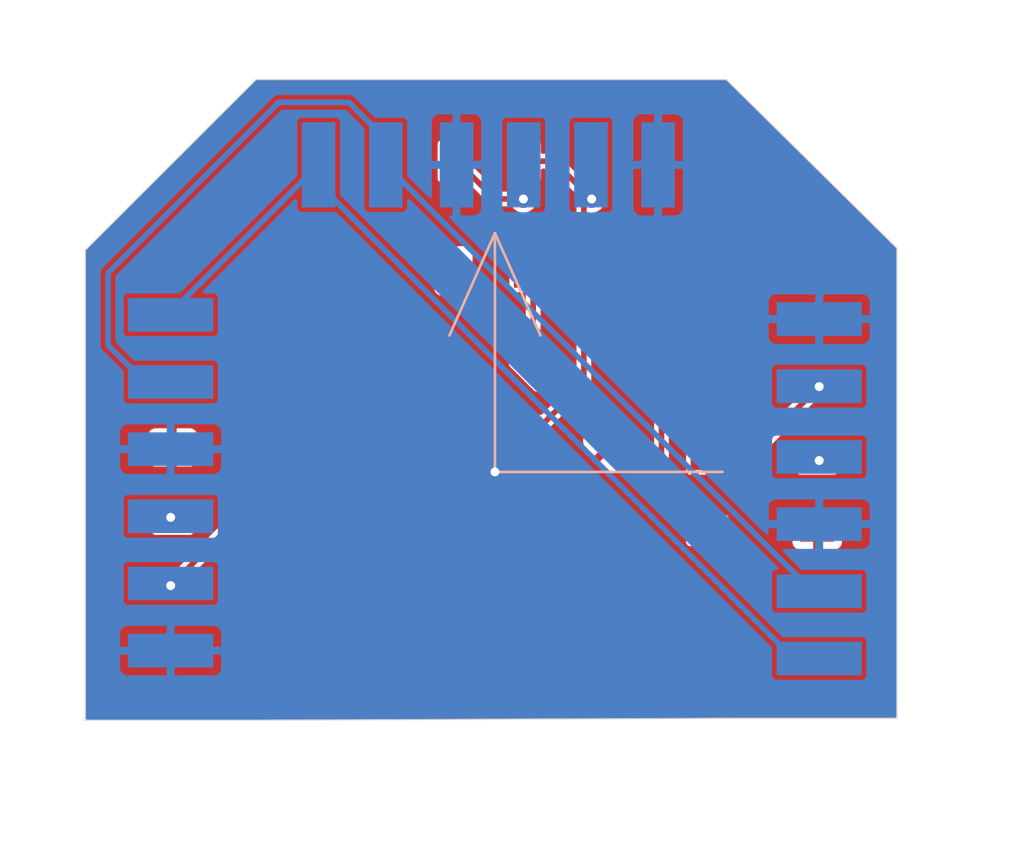
<source format=kicad_pcb>
(kicad_pcb (version 20211014) (generator pcbnew)
  (layers (0 "F.Cu" signal) (31 "B.Cu" signal) (34 "B.Paste" user) (35 "F.Paste" user) (36 "B.SilkS" user "B.Silkscreen") (37 "F.SilkS" user "F.Silkscreen") (38 "B.Mask" user) (39 "F.Mask" user) (44 "Edge.Cuts" user))
  (net 0 "")
  (net 1 "+5V")
  (net 2 "GND")
  (net 3 "Net-(CN1-Pad2)")
  (net 4 "Net-(CN2-Pad3)")
  (net 5 "Net-(CN1-Pad1)")
  (net 6 "Net-(CN1-Pad4)")
  (net 7 "Net-(CN3-Pad3)")
  (net 8 "Net-(D1-Pad2)")
  (net 9 "Net-(D2-Pad2)")
  (net 10 "Net-(D4-Pad2)")
  (footprint "LED_SMD:LED_WS2812B_PLCC4_5.0x5.0mm_P3.2mm" (layer "F.Cu") (at 145.288 103.378 -45)
    (fp_text reference "D2" hide)
    (fp_text value "WS2812B")
    (pad "1" smd rect (at -2.45 -1.6 315) (size 1.5 1) (layers "F.Cu" "F.Paste" "F.Mask") (net 1 "+5V"))
    (pad "2" smd rect (at -2.45 1.6 315) (size 1.5 1) (layers "F.Cu" "F.Paste" "F.Mask") (net 9 "Net-(D2-Pad2)"))
    (pad "3" smd rect (at 2.45 1.6 315) (size 1.5 1) (layers "F.Cu" "F.Paste" "F.Mask") (net 2 "GND"))
    (pad "4" smd rect (at 2.45 -1.6 315) (size 1.5 1) (layers "F.Cu" "F.Paste" "F.Mask") (net 8 "Net-(D1-Pad2)"))
  )
  (footprint "LED_SMD:LED_WS2812B_PLCC4_5.0x5.0mm_P3.2mm" (layer "F.Cu") (at 140.462 96.012 -90)
    (fp_text reference "D3" hide)
    (fp_text value "WS2812B")
    (pad "1" smd rect (at -2.45 -1.6 270) (size 1.5 1) (layers "F.Cu" "F.Paste" "F.Mask") (net 1 "+5V"))
    (pad "2" smd rect (at -2.45 1.6 270) (size 1.5 1) (layers "F.Cu" "F.Paste" "F.Mask") (net 6 "Net-(CN1-Pad4)"))
    (pad "3" smd rect (at 2.45 1.6 270) (size 1.5 1) (layers "F.Cu" "F.Paste" "F.Mask") (net 2 "GND"))
    (pad "4" smd rect (at 2.45 -1.6 270) (size 1.5 1) (layers "F.Cu" "F.Paste" "F.Mask") (net 9 "Net-(D2-Pad2)"))
  )
  (footprint "LED_SMD:LED_WS2812B_PLCC4_5.0x5.0mm_P3.2mm" (layer "F.Cu") (at 128.778 107.95 180)
    (fp_text reference "D4" hide)
    (fp_text value "WS2812B")
    (pad "1" smd rect (at -2.45 -1.6 180) (size 1.5 1) (layers "F.Cu" "F.Paste" "F.Mask") (net 1 "+5V"))
    (pad "2" smd rect (at -2.45 1.6 180) (size 1.5 1) (layers "F.Cu" "F.Paste" "F.Mask") (net 10 "Net-(D4-Pad2)"))
    (pad "3" smd rect (at 2.45 1.6 180) (size 1.5 1) (layers "F.Cu" "F.Paste" "F.Mask") (net 2 "GND"))
    (pad "4" smd rect (at 2.45 -1.6 180) (size 1.5 1) (layers "F.Cu" "F.Paste" "F.Mask") (net 7 "Net-(CN3-Pad3)"))
  )
  (footprint "LED_SMD:LED_WS2812B_PLCC4_5.0x5.0mm_P3.2mm" (layer "F.Cu") (at 152.654 108.458)
    (fp_text reference "D1" hide)
    (fp_text value "WS2812B")
    (pad "1" smd rect (at -2.45 -1.6) (size 1.5 1) (layers "F.Cu" "F.Paste" "F.Mask") (net 1 "+5V"))
    (pad "2" smd rect (at -2.45 1.6) (size 1.5 1) (layers "F.Cu" "F.Paste" "F.Mask") (net 8 "Net-(D1-Pad2)"))
    (pad "3" smd rect (at 2.45 1.6) (size 1.5 1) (layers "F.Cu" "F.Paste" "F.Mask") (net 2 "GND"))
    (pad "4" smd rect (at 2.45 -1.6) (size 1.5 1) (layers "F.Cu" "F.Paste" "F.Mask") (net 4 "Net-(CN2-Pad3)"))
  )
  (footprint "LED_SMD:LED_WS2812B_PLCC4_5.0x5.0mm_P3.2mm" (layer "F.Cu") (at 136.144 103.378 -135)
    (fp_text reference "D5" hide)
    (fp_text value "WS2812B")
    (pad "1" smd rect (at -2.45 -1.6 225) (size 1.5 1) (layers "F.Cu" "F.Paste" "F.Mask") (net 1 "+5V"))
    (pad "2" smd rect (at -2.45 1.6 225) (size 1.5 1) (layers "F.Cu" "F.Paste" "F.Mask"))
    (pad "3" smd rect (at 2.45 1.6 225) (size 1.5 1) (layers "F.Cu" "F.Paste" "F.Mask") (net 2 "GND"))
    (pad "4" smd rect (at 2.45 -1.6 225) (size 1.5 1) (layers "F.Cu" "F.Paste" "F.Mask") (net 10 "Net-(D4-Pad2)"))
  )
  (footprint "Adafruit NeoPixel 8 Stick:1X4-SMT" (layer "B.Cu") (at 155.194 107.696 -90)
    (fp_text reference "CN2" hide)
    (fp_text value "1X4SMT" hide)
    (pad "1" smd rect (at -7.08 0 270) (size 1.5 3.8) (layers "B.Cu" "B.Paste" "B.Mask") (net 2 "GND"))
    (pad "2" smd rect (at -4.08 0 270) (size 1.5 3.8) (layers "B.Cu" "B.Paste" "B.Mask") (net 1 "+5V"))
    (pad "3" smd rect (at -0.92 0 270) (size 1.5 3.8) (layers "B.Cu" "B.Paste" "B.Mask") (net 4 "Net-(CN2-Pad3)"))
    (pad "4" smd rect (at 2.08 0 270) (size 1.5 3.8) (layers "B.Cu" "B.Paste" "B.Mask") (net 2 "GND"))
    (pad "5" smd rect (at 5.08 0 270) (size 1.5 3.8) (layers "B.Cu" "B.Paste" "B.Mask") (net 3 "Net-(CN1-Pad2)"))
    (pad "6" smd rect (at 8.08 0 270) (size 1.5 3.8) (layers "B.Cu" "B.Paste" "B.Mask") (net 5 "Net-(CN1-Pad1)"))
  )
  (footprint "Adafruit NeoPixel 8 Stick:1X4-SMT" (layer "B.Cu") (at 126.873 107.426 90)
    (fp_text reference "CN3" hide)
    (fp_text value "1X4SMT")
    (pad "1" smd rect (at -8 -0.635 90) (size 1.5 3.8) (layers "B.Cu" "B.Paste" "B.Mask") (net 2 "GND"))
    (pad "2" smd rect (at -5 -0.635 90) (size 1.5 3.8) (layers "B.Cu" "B.Paste" "B.Mask") (net 1 "+5V"))
    (pad "3" smd rect (at -2 -0.635 90) (size 1.5 3.8) (layers "B.Cu" "B.Paste" "B.Mask") (net 7 "Net-(CN3-Pad3)"))
    (pad "4" smd rect (at 1 -0.635 90) (size 1.5 3.8) (layers "B.Cu" "B.Paste" "B.Mask") (net 2 "GND"))
    (pad "5" smd rect (at 4 -0.635 90) (size 1.5 3.8) (layers "B.Cu" "B.Paste" "B.Mask") (net 3 "Net-(CN1-Pad2)"))
    (pad "6" smd rect (at 7 -0.635 90) (size 1.5 3.8) (layers "B.Cu" "B.Paste" "B.Mask") (net 5 "Net-(CN1-Pad1)"))
  )
  (footprint "Adafruit NeoPixel 8 Stick:1X4-SMT" (layer "B.Cu") (at 139.922 93.726)
    (fp_text reference "CN1" hide)
    (fp_text value "1X4SMT" hide)
    (pad "1" smd rect (at -7.08 0) (size 1.5 3.8) (layers "B.Cu" "B.Paste" "B.Mask") (net 5 "Net-(CN1-Pad1)"))
    (pad "2" smd rect (at -4.08 0) (size 1.5 3.8) (layers "B.Cu" "B.Paste" "B.Mask") (net 3 "Net-(CN1-Pad2)"))
    (pad "3" smd rect (at -0.92 0) (size 1.5 3.8) (layers "B.Cu" "B.Paste" "B.Mask") (net 2 "GND"))
    (pad "4" smd rect (at 2.08 0) (size 1.5 3.8) (layers "B.Cu" "B.Paste" "B.Mask") (net 6 "Net-(CN1-Pad4)"))
    (pad "5" smd rect (at 5.08 0) (size 1.5 3.8) (layers "B.Cu" "B.Paste" "B.Mask") (net 1 "+5V"))
    (pad "6" smd rect (at 8.08 0) (size 1.5 3.8) (layers "B.Cu" "B.Paste" "B.Mask") (net 2 "GND"))
  )
  (gr_line (start 140.716 96.774001) (end 138.684 101.346) (layer "B.SilkS") (width 0.12))
  (gr_line (start 140.716 96.774001) (end 142.748 101.346) (layer "B.SilkS") (width 0.12))
  (gr_line (start 140.716 107.442) (end 150.876 107.442) (layer "B.SilkS") (width 0.12))
  (gr_line (start 140.716 96.774001) (end 140.716 107.442) (layer "B.SilkS") (width 0.12))
  (gr_line (start 130.048 89.915998) (end 151.048 89.915999) (layer "Edge.Cuts") (width 0.05))
  (gr_line (start 122.428 97.536) (end 122.428 118.536) (layer "Edge.Cuts") (width 0.05))
  (gr_line (start 151.048 89.915999) (end 158.668 97.45) (layer "Edge.Cuts") (width 0.05))
  (gr_line (start 130.048 118.536) (end 151.212 118.45) (layer "Edge.Cuts") (width 0.05))
  (gr_line (start 158.668 97.45) (end 158.668 118.45) (layer "Edge.Cuts") (width 0.05))
  (gr_line (start 151.212 118.45) (end 158.668 118.45) (layer "Edge.Cuts") (width 0.05))
  (gr_line locked (start 122.428 118.536) (end 130.048 118.536) (layer "Edge.Cuts") (width 0.05))
  (gr_line (start 122.428 97.536) (end 130.048 89.915998) (layer "Edge.Cuts") (width 0.05))
  (segment (start 131.228 109.55) (end 136.576 109.55) (width 0.25) (layer "F.Cu") (net 1))
  (segment (start 150.204 103.214) (end 148.082 101.092) (width 0.25) (layer "F.Cu") (net 1))
  (segment (start 144.686959 95.597041) (end 144.686959 100.514218) (width 0.25) (layer "F.Cu") (net 1))
  (segment (start 136.576 109.55) (end 139.007782 107.118218) (width 0.25) (layer "F.Cu") (net 1))
  (segment (start 151.968 106.858) (end 150.204 106.858) (width 0.25) (layer "F.Cu") (net 1))
  (segment (start 145.264741 101.092) (end 144.686959 100.514218) (width 0.25) (layer "F.Cu") (net 1))
  (segment (start 144.686959 100.514218) (end 144.686959 103.471041) (width 0.25) (layer "F.Cu") (net 1))
  (segment (start 126.238 112.522) (end 129.21 109.55) (width 0.25) (layer "F.Cu") (net 1))
  (segment (start 139.007782 105.225782) (end 139.007782 102.776959) (width 0.25) (layer "F.Cu") (net 1))
  (segment (start 142.062 93.562) (end 143.346 93.562) (width 0.25) (layer "F.Cu") (net 1))
  (segment (start 144.686959 103.471041) (end 142.932218 105.225782) (width 0.25) (layer "F.Cu") (net 1))
  (segment (start 148.082 101.092) (end 145.264741 101.092) (width 0.25) (layer "F.Cu") (net 1))
  (segment (start 150.204 106.858) (end 150.204 103.214) (width 0.25) (layer "F.Cu") (net 1))
  (segment (start 129.21 109.55) (end 131.228 109.55) (width 0.25) (layer "F.Cu") (net 1))
  (segment (start 142.932218 105.225782) (end 139.007782 105.225782) (width 0.25) (layer "F.Cu") (net 1))
  (segment (start 145.034 95.25) (end 144.686959 95.597041) (width 0.25) (layer "F.Cu") (net 1))
  (segment (start 155.194 103.632) (end 151.968 106.858) (width 0.25) (layer "F.Cu") (net 1))
  (segment (start 139.007782 107.118218) (end 139.007782 105.225782) (width 0.25) (layer "F.Cu") (net 1))
  (segment (start 143.346 93.562) (end 145.034 95.25) (width 0.25) (layer "F.Cu") (net 1))
  (via (at 145.034 95.25) (size 0.8) (drill 0.4) (layers "F.Cu" "B.Cu") (net 1))
  (via (at 126.238 112.522) (size 0.8) (drill 0.4) (layers "F.Cu" "B.Cu") (net 1))
  (via (at 155.194 103.632) (size 0.8) (drill 0.4) (layers "F.Cu" "B.Cu") (net 1))
  (via (at 140.716 107.442) (size 0.8) (drill 0.4) (layers "F.Cu" "B.Cu") (net 2))
  (segment (start 131.064 90.932) (end 134.198 90.932) (width 0.25) (layer "B.Cu") (net 3))
  (segment (start 126.238 103.426) (end 125.088 103.426) (width 0.25) (layer "B.Cu") (net 3))
  (segment (start 125.088 103.426) (end 123.444 101.782) (width 0.25) (layer "B.Cu") (net 3))
  (segment (start 123.444 98.552) (end 131.064 90.932) (width 0.25) (layer "B.Cu") (net 3))
  (segment (start 134.198 90.932) (end 135.842 92.576) (width 0.25) (layer "B.Cu") (net 3))
  (segment (start 154.892 112.776) (end 155.194 112.776) (width 0.25) (layer "B.Cu") (net 3))
  (segment (start 123.444 101.782) (end 123.444 98.552) (width 0.25) (layer "B.Cu") (net 3))
  (segment (start 135.842 93.726) (end 154.892 112.776) (width 0.25) (layer "B.Cu") (net 3))
  (segment (start 135.842 92.576) (end 135.842 93.726) (width 0.25) (layer "B.Cu") (net 3))
  (via (at 155.194 106.934) (size 0.8) (drill 0.4) (layers "F.Cu" "B.Cu") (net 4))
  (segment (start 126.238 100.33) (end 132.842 93.726) (width 0.25) (layer "B.Cu") (net 5))
  (segment (start 132.842 94.574) (end 132.842 93.726) (width 0.25) (layer "B.Cu") (net 5))
  (segment (start 155.194 115.776) (end 154.044 115.776) (width 0.25) (layer "B.Cu") (net 5))
  (segment (start 154.044 115.776) (end 132.842 94.574) (width 0.25) (layer "B.Cu") (net 5))
  (segment (start 126.238 100.426) (end 126.238 100.33) (width 0.25) (layer "B.Cu") (net 5))
  (segment (start 138.862 93.562) (end 139.028 93.562) (width 0.25) (layer "F.Cu") (net 6))
  (segment (start 139.028 93.562) (end 140.716 95.25) (width 0.25) (layer "F.Cu") (net 6))
  (segment (start 140.716 95.25) (end 141.986 95.25) (width 0.25) (layer "F.Cu") (net 6))
  (via (at 141.986 95.25) (size 0.8) (drill 0.4) (layers "F.Cu" "B.Cu") (net 6))
  (via (at 126.238 109.474) (size 0.8) (drill 0.4) (layers "F.Cu" "B.Cu") (net 7))
  (segment (start 150.204 110.058) (end 148.151782 108.005782) (width 0.25) (layer "F.Cu") (net 8))
  (segment (start 148.151782 108.005782) (end 148.151782 103.979041) (width 0.25) (layer "F.Cu") (net 8))
  (segment (start 142.424218 102.776959) (end 142.424218 98.824218) (width 0.25) (layer "F.Cu") (net 9))
  (segment (start 142.424218 98.824218) (end 142.062 98.462) (width 0.25) (layer "F.Cu") (net 9))
  (segment (start 131.228 106.35) (end 135.434741 106.35) (width 0.25) (layer "F.Cu") (net 10))
  (segment (start 135.434741 106.35) (end 135.542959 106.241782) (width 0.25) (layer "F.Cu") (net 10))
  (zone (net 2) (net_name "GND") (layers F&B.Cu) (priority 6) (connect_pads (clearance 0.000001)) (min_thickness 0.1524) (fill yes (thermal_gap 0.3548) (thermal_bridge_width 0.3548))
    (polygon (pts (xy 164.338 86.36) (xy 163.83 124.206) (xy 118.872 123.444) (xy 118.618 86.614)))
  )
)
</source>
